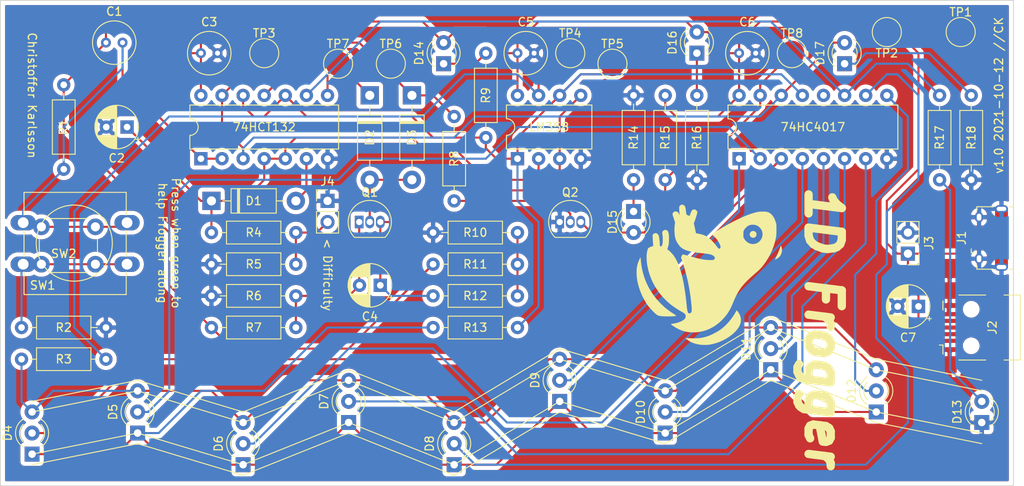
<source format=kicad_pcb>
(kicad_pcb (version 20171130) (host pcbnew "(5.1.10)-1")
  (title_block (title Frogger) (date 2021-10-11) (rev 1) (comment 1 //CK))
  (layers (0 F.Cu signal) (31 B.Cu signal) (34 B.Paste user) (35 F.Paste user) (36 B.SilkS user) (37 F.SilkS user) (38 B.Mask user) (39 F.Mask user) (44 Edge.Cuts user))
  (net 0 "")
  (net 1 +5V)
  (net 2 Earth)
  (net 3 RESET)
  (net 4 "Net-(74HC4017-Pad7)")
  (net 5 PUSH)
  (net 6 "Net-(74HC4017-Pad6)")
  (net 7 GO*)
  (net 8 "Net-(74HC4017-Pad5)")
  (net 9 "Net-(74HC4017-Pad12)")
  (net 10 "Net-(74HC4017-Pad4)")
  (net 11 "Net-(74HC4017-Pad11)")
  (net 12 "Net-(74HC4017-Pad3)")
  (net 13 "Net-(74HC4017-Pad10)")
  (net 14 "Net-(74HC4017-Pad2)")
  (net 15 "Net-(74HC4017-Pad9)")
  (net 16 "Net-(74HC4017-Pad1)")
  (net 17 "Net-(74HCT132-Pad4)")
  (net 18 RESET*)
  (net 19 "Net-(74HCT132-Pad1)")
  (net 20 HALT*)
  (net 21 "Net-(D2-Pad2)")
  (net 22 "Net-(D10-Pad3)")
  (net 23 "Net-(D10-Pad1)")
  (net 24 "Net-(D14-Pad1)")
  (net 25 "Net-(D15-Pad1)")
  (net 26 "Net-(D16-Pad1)")
  (net 27 "Net-(J1-Pad4)")
  (net 28 "Net-(J1-Pad3)")
  (net 29 "Net-(J1-Pad2)")
  (net 30 GO)
  (net 31 "Net-(Q2-Pad2)")
  (net 32 "Net-(74HCT132-Pad6)")
  (net 33 "Net-(D13-Pad2)")
  (net 34 "Net-(D17-Pad1)")
  (net 35 "Net-(R2-Pad1)")
  (net 36 "Net-(R10-Pad2)")
  (net 37 "Net-(C4-Pad2)")
  (net 38 "Net-(C4-Pad1)")
  (net 39 "Net-(J4-Pad2)")
  (net 40 "Net-(J2-Pad4)")
  (net 41 "Net-(J2-Pad3)")
  (net 42 "Net-(J2-Pad2)")
  (module Package_DIP:DIP-16_W7.62mm (layer F.Cu) (at 142.24 46.99 90)
    (fp_text reference 74HC4017 (at 3.81 8.89 180) (layer F.SilkS))
    (fp_text value 4017)
    (pad 16 thru_hole oval (at 7.62 0 90) (size 1.6 1.6) (drill 0.8) (layers *.Cu *.Mask) (net 1 +5V))
    (pad 8 thru_hole oval (at 0 17.78 90) (size 1.6 1.6) (drill 0.8) (layers *.Cu *.Mask) (net 2 Earth))
    (pad 15 thru_hole oval (at 7.62 2.54 90) (size 1.6 1.6) (drill 0.8) (layers *.Cu *.Mask) (net 3 RESET))
    (pad 7 thru_hole oval (at 0 15.24 90) (size 1.6 1.6) (drill 0.8) (layers *.Cu *.Mask) (net 4 "Net-(74HC4017-Pad7)"))
    (pad 14 thru_hole oval (at 7.62 5.08 90) (size 1.6 1.6) (drill 0.8) (layers *.Cu *.Mask) (net 5 PUSH))
    (pad 6 thru_hole oval (at 0 12.7 90) (size 1.6 1.6) (drill 0.8) (layers *.Cu *.Mask) (net 6 "Net-(74HC4017-Pad6)"))
    (pad 13 thru_hole oval (at 7.62 7.62 90) (size 1.6 1.6) (drill 0.8) (layers *.Cu *.Mask) (net 7 GO*))
    (pad 5 thru_hole oval (at 0 10.16 90) (size 1.6 1.6) (drill 0.8) (layers *.Cu *.Mask) (net 8 "Net-(74HC4017-Pad5)"))
    (pad 12 thru_hole oval (at 7.62 10.16 90) (size 1.6 1.6) (drill 0.8) (layers *.Cu *.Mask) (net 9 "Net-(74HC4017-Pad12)"))
    (pad 4 thru_hole oval (at 0 7.62 90) (size 1.6 1.6) (drill 0.8) (layers *.Cu *.Mask) (net 10 "Net-(74HC4017-Pad4)"))
    (pad 11 thru_hole oval (at 7.62 12.7 90) (size 1.6 1.6) (drill 0.8) (layers *.Cu *.Mask) (net 11 "Net-(74HC4017-Pad11)"))
    (pad 3 thru_hole oval (at 0 5.08 90) (size 1.6 1.6) (drill 0.8) (layers *.Cu *.Mask) (net 12 "Net-(74HC4017-Pad3)"))
    (pad 10 thru_hole oval (at 7.62 15.24 90) (size 1.6 1.6) (drill 0.8) (layers *.Cu *.Mask) (net 13 "Net-(74HC4017-Pad10)"))
    (pad 2 thru_hole oval (at 0 2.54 90) (size 1.6 1.6) (drill 0.8) (layers *.Cu *.Mask) (net 14 "Net-(74HC4017-Pad2)"))
    (pad 9 thru_hole oval (at 7.62 17.78 90) (size 1.6 1.6) (drill 0.8) (layers *.Cu *.Mask) (net 15 "Net-(74HC4017-Pad9)"))
    (pad 1 thru_hole rect (at 0 0 90) (size 1.6 1.6) (drill 0.8) (layers *.Cu *.Mask) (net 16 "Net-(74HC4017-Pad1)"))
  )
  (module Package_DIP:DIP-8_W7.62mm (layer F.Cu) (at 115.57 46.99 90)
    (fp_text reference LM358 (at 3.81 3.81 180) (layer F.SilkS))
    (fp_text value LM358)
    (pad 8 thru_hole oval (at 7.62 0 90) (size 1.6 1.6) (drill 0.8) (layers *.Cu *.Mask) (net 1 +5V))
    (pad 4 thru_hole oval (at 0 7.62 90) (size 1.6 1.6) (drill 0.8) (layers *.Cu *.Mask) (net 2 Earth))
    (pad 7 thru_hole oval (at 7.62 2.54 90) (size 1.6 1.6) (drill 0.8) (layers *.Cu *.Mask) (net 30 GO))
    (pad 3 thru_hole oval (at 0 5.08 90) (size 1.6 1.6) (drill 0.8) (layers *.Cu *.Mask) (net 38 "Net-(C4-Pad1)"))
    (pad 6 thru_hole oval (at 7.62 5.08 90) (size 1.6 1.6) (drill 0.8) (layers *.Cu *.Mask) (net 7 GO*))
    (pad 2 thru_hole oval (at 0 2.54 90) (size 1.6 1.6) (drill 0.8) (layers *.Cu *.Mask) (net 17 "Net-(74HCT132-Pad4)"))
    (pad 5 thru_hole oval (at 7.62 7.62 90) (size 1.6 1.6) (drill 0.8) (layers *.Cu *.Mask) (net 38 "Net-(C4-Pad1)"))
    (pad 1 thru_hole rect (at 0 0 90) (size 1.6 1.6) (drill 0.8) (layers *.Cu *.Mask) (net 7 GO*))
  )
  (module Package_DIP:DIP-14_W7.62mm (layer F.Cu) (at 77.47 46.99 90)
    (fp_text reference 74HCT132 (at 3.81 7.62 180) (layer F.SilkS))
    (fp_text value 74132)
    (pad 14 thru_hole oval (at 7.62 0 90) (size 1.6 1.6) (drill 0.8) (layers *.Cu *.Mask) (net 1 +5V))
    (pad 7 thru_hole oval (at 0 15.24 90) (size 1.6 1.6) (drill 0.8) (layers *.Cu *.Mask) (net 2 Earth))
    (pad 13 thru_hole oval (at 7.62 2.54 90) (size 1.6 1.6) (drill 0.8) (layers *.Cu *.Mask) (net 5 PUSH))
    (pad 6 thru_hole oval (at 0 12.7 90) (size 1.6 1.6) (drill 0.8) (layers *.Cu *.Mask) (net 32 "Net-(74HCT132-Pad6)"))
    (pad 12 thru_hole oval (at 7.62 5.08 90) (size 1.6 1.6) (drill 0.8) (layers *.Cu *.Mask) (net 7 GO*))
    (pad 5 thru_hole oval (at 0 10.16 90) (size 1.6 1.6) (drill 0.8) (layers *.Cu *.Mask) (net 17 "Net-(74HCT132-Pad4)"))
    (pad 11 thru_hole oval (at 7.62 7.62 90) (size 1.6 1.6) (drill 0.8) (layers *.Cu *.Mask) (net 18 RESET*))
    (pad 4 thru_hole oval (at 0 7.62 90) (size 1.6 1.6) (drill 0.8) (layers *.Cu *.Mask) (net 17 "Net-(74HCT132-Pad4)"))
    (pad 10 thru_hole oval (at 7.62 10.16 90) (size 1.6 1.6) (drill 0.8) (layers *.Cu *.Mask) (net 7 GO*))
    (pad 3 thru_hole oval (at 0 5.08 90) (size 1.6 1.6) (drill 0.8) (layers *.Cu *.Mask) (net 5 PUSH))
    (pad 9 thru_hole oval (at 7.62 12.7 90) (size 1.6 1.6) (drill 0.8) (layers *.Cu *.Mask) (net 11 "Net-(74HC4017-Pad11)"))
    (pad 2 thru_hole oval (at 0 2.54 90) (size 1.6 1.6) (drill 0.8) (layers *.Cu *.Mask) (net 19 "Net-(74HCT132-Pad1)"))
    (pad 8 thru_hole oval (at 7.62 15.24 90) (size 1.6 1.6) (drill 0.8) (layers *.Cu *.Mask) (net 20 HALT*))
    (pad 1 thru_hole rect (at 0 0 90) (size 1.6 1.6) (drill 0.8) (layers *.Cu *.Mask) (net 19 "Net-(74HCT132-Pad1)"))
  )
  (module Connector_USB:USB_Mini-B_Lumberg_2486_01_Horizontal (layer F.Cu) (at 170.18 67.31 90)
    (fp_text reference J2 (at 0 2.54 90) (layer F.SilkS))
    (fp_text value USB_B_Mini)
    (pad "" np_thru_hole circle (at 2.2 0 90) (size 1 1) (drill 1) (layers *.Cu *.Mask))
    (pad "" np_thru_hole circle (at -2.2 0 90) (size 1 1) (drill 1) (layers *.Cu *.Mask))
    (pad 6 smd rect (at 4.45 2.85 90) (size 2 1.7) (layers F.Cu F.Paste F.Mask) (net 2 Earth))
    (pad 6 smd rect (at 4.45 -2.6 90) (size 2 1.7) (layers F.Cu F.Paste F.Mask) (net 2 Earth))
    (pad 6 smd rect (at -4.45 2.85 90) (size 2 1.7) (layers F.Cu F.Paste F.Mask) (net 2 Earth))
    (pad 6 smd rect (at -4.45 -2.6 90) (size 2 1.7) (layers F.Cu F.Paste F.Mask) (net 2 Earth))
    (pad 5 smd rect (at 1.6 -2.7 90) (size 0.5 2) (layers F.Cu F.Paste F.Mask) (net 2 Earth))
    (pad 4 smd rect (at 0.8 -2.7 90) (size 0.5 2) (layers F.Cu F.Paste F.Mask) (net 40 "Net-(J2-Pad4)"))
    (pad 3 smd rect (at 0 -2.7 90) (size 0.5 2) (layers F.Cu F.Paste F.Mask) (net 41 "Net-(J2-Pad3)"))
    (pad 2 smd rect (at -0.8 -2.7 90) (size 0.5 2) (layers F.Cu F.Paste F.Mask) (net 42 "Net-(J2-Pad2)"))
    (pad 1 smd rect (at -1.6 -2.7 90) (size 0.5 2) (layers F.Cu F.Paste F.Mask) (net 1 +5V))
  )
  (module LED_THT:LED_D3.0mm (layer F.Cu) (at 137.16 34.29 90)
    (fp_text reference D16 (at 1.27 -2.96 90) (layer F.SilkS))
    (fp_text value LED)
    (pad 2 thru_hole circle (at 2.54 0 90) (size 1.8 1.8) (drill 0.9) (layers *.Cu *.Mask) (net 1 +5V))
    (pad 1 thru_hole rect (at 0 0 90) (size 1.8 1.8) (drill 0.9) (layers *.Cu *.Mask) (net 26 "Net-(D16-Pad1)"))
  )
  (module frogger:frog1 (layer F.Cu) (at 138.43 60.96 270)
    (fp_text reference ICON hide)
    (fp_text value FROG hide)
  )
  (module Resistor_THT:R_Axial_DIN0207_L6.3mm_D2.5mm_P10.16mm_Horizontal (layer F.Cu) (at 137.16 39.37 270)
    (fp_text reference R16 (at 5.08 0 90) (layer F.SilkS))
    (fp_text value -)
    (pad 2 thru_hole oval (at 10.16 0 270) (size 1.6 1.6) (drill 0.8) (layers *.Cu *.Mask) (net 2 Earth))
    (pad 1 thru_hole circle (at 0 0 270) (size 1.6 1.6) (drill 0.8) (layers *.Cu *.Mask) (net 26 "Net-(D16-Pad1)"))
  )
  (module LED_THT:LED_D3.0mm-3 (layer F.Cu) (at 95.25 78.74 90)
    (fp_text reference D7 (at 2.54 -2.96 90) (layer F.SilkS))
    (fp_text value LED_RG)
    (pad 3 thru_hole circle (at 5.08 0 90) (size 1.8 1.8) (drill 0.9) (layers *.Cu *.Mask) (net 22 "Net-(D10-Pad3)"))
    (pad 2 thru_hole circle (at 2.54 0 90) (size 1.8 1.8) (drill 0.9) (layers *.Cu *.Mask) (net 4 "Net-(74HC4017-Pad7)"))
    (pad 1 thru_hole rect (at 0 0 90) (size 1.8 1.8) (drill 0.9) (layers *.Cu *.Mask) (net 23 "Net-(D10-Pad1)"))
  )
  (module Resistor_THT:R_Axial_DIN0207_L6.3mm_D2.5mm_P10.16mm_Horizontal (layer F.Cu) (at 88.9 59.69 180)
    (fp_text reference R5 (at 5.08 0) (layer F.SilkS))
    (fp_text value 100k-1M)
    (pad 2 thru_hole oval (at 10.16 0 180) (size 1.6 1.6) (drill 0.8) (layers *.Cu *.Mask) (net 2 Earth))
    (pad 1 thru_hole circle (at 0 0 180) (size 1.6 1.6) (drill 0.8) (layers *.Cu *.Mask) (net 39 "Net-(J4-Pad2)"))
  )
  (module Connector_PinHeader_2.54mm:PinHeader_1x02_P2.54mm_Vertical (layer F.Cu) (at 92.71 52.07)
    (fp_text reference J4 (at 0 -2.33) (layer F.SilkS))
    (fp_text value Conn_01x02)
    (pad 2 thru_hole oval (at 0 2.54) (size 1.7 1.7) (drill 1) (layers *.Cu *.Mask) (net 39 "Net-(J4-Pad2)"))
    (pad 1 thru_hole rect (at 0 0) (size 1.7 1.7) (drill 1) (layers *.Cu *.Mask) (net 2 Earth))
  )
  (module Diode_THT:D_DO-41_SOD81_P10.16mm_Horizontal (layer F.Cu) (at 78.74 52.07)
    (fp_text reference D1 (at 5.08 0) (layer F.SilkS))
    (fp_text value 1N4007)
    (pad 2 thru_hole oval (at 10.16 0) (size 2.2 2.2) (drill 1.1) (layers *.Cu *.Mask) (net 32 "Net-(74HCT132-Pad6)"))
    (pad 1 thru_hole rect (at 0 0) (size 2.2 2.2) (drill 1.1) (layers *.Cu *.Mask) (net 17 "Net-(74HCT132-Pad4)"))
  )
  (module LED_THT:LED_D3.0mm-3 (layer F.Cu) (at 82.55 83.82 90)
    (fp_text reference D6 (at 2.54 -2.96 90) (layer F.SilkS))
    (fp_text value LED_RG)
    (pad 3 thru_hole circle (at 5.08 0 90) (size 1.8 1.8) (drill 0.9) (layers *.Cu *.Mask) (net 22 "Net-(D10-Pad3)"))
    (pad 2 thru_hole circle (at 2.54 0 90) (size 1.8 1.8) (drill 0.9) (layers *.Cu *.Mask) (net 10 "Net-(74HC4017-Pad4)"))
    (pad 1 thru_hole rect (at 0 0 90) (size 1.8 1.8) (drill 0.9) (layers *.Cu *.Mask) (net 23 "Net-(D10-Pad1)"))
  )
  (module Resistor_THT:R_Axial_DIN0207_L6.3mm_D2.5mm_P10.16mm_Horizontal (layer F.Cu) (at 55.88 67.31)
    (fp_text reference R2 (at 5.08 0) (layer F.SilkS))
    (fp_text value 10k)
    (pad 2 thru_hole oval (at 10.16 0) (size 1.6 1.6) (drill 0.8) (layers *.Cu *.Mask) (net 2 Earth))
    (pad 1 thru_hole circle (at 0 0) (size 1.6 1.6) (drill 0.8) (layers *.Cu *.Mask) (net 35 "Net-(R2-Pad1)"))
  )
  (module Capacitor_THT:C_Radial_D5.0mm_H7.0mm_P2.00mm (layer F.Cu) (at 66.04 33.02)
    (fp_text reference C1 (at 1 -3.75) (layer F.SilkS))
    (fp_text value 0.1µ)
    (pad 2 thru_hole circle (at 2 0) (size 1.2 1.2) (drill 0.6) (layers *.Cu *.Mask) (net 19 "Net-(74HCT132-Pad1)"))
    (pad 1 thru_hole circle (at 0 0) (size 1.2 1.2) (drill 0.6) (layers *.Cu *.Mask) (net 1 +5V))
  )
  (module Button_Switch_THT:SW_PUSH_6mm (layer F.Cu) (at 64.77 59.69 180)
    (fp_text reference SW2 (at 3.81 1.27) (layer F.SilkS))
    (fp_text value SW_Push)
    (pad 1 thru_hole circle (at 6.5 0 270) (size 2 2) (drill 1.1) (layers *.Cu *.Mask) (net 35 "Net-(R2-Pad1)"))
    (pad 2 thru_hole circle (at 6.5 4.5 270) (size 2 2) (drill 1.1) (layers *.Cu *.Mask) (net 19 "Net-(74HCT132-Pad1)"))
    (pad 1 thru_hole circle (at 0 0 270) (size 2 2) (drill 1.1) (layers *.Cu *.Mask) (net 35 "Net-(R2-Pad1)"))
    (pad 2 thru_hole circle (at 0 4.5 270) (size 2 2) (drill 1.1) (layers *.Cu *.Mask) (net 19 "Net-(74HCT132-Pad1)"))
  )
  (module TestPoint:TestPoint_Pad_D3.0mm (layer F.Cu) (at 148.59 34.29)
    (fp_text reference TP8 (at 0 -2.398) (layer F.SilkS))
    (fp_text value RST)
    (pad 1 smd circle (at 0 0) (size 3 3) (layers F.Cu F.Mask) (net 3 RESET))
  )
  (module TestPoint:TestPoint_Pad_D3.0mm (layer F.Cu) (at 93.98 35.56)
    (fp_text reference TP7 (at 0 -2.398) (layer F.SilkS))
    (fp_text value /HLT)
    (pad 1 smd circle (at 0 0) (size 3 3) (layers F.Cu F.Mask) (net 20 HALT*))
  )
  (module TestPoint:TestPoint_Pad_D3.0mm (layer F.Cu) (at 100.33 35.56)
    (fp_text reference TP6 (at 0 -2.398) (layer F.SilkS))
    (fp_text value /RST)
    (pad 1 smd circle (at 0 0) (size 3 3) (layers F.Cu F.Mask) (net 18 RESET*))
  )
  (module TestPoint:TestPoint_Pad_D3.0mm (layer F.Cu) (at 127 35.56)
    (fp_text reference TP5 (at 0 -2.398) (layer F.SilkS))
    (fp_text value /GO)
    (pad 1 smd circle (at 0 0) (size 3 3) (layers F.Cu F.Mask) (net 7 GO*))
  )
  (module TestPoint:TestPoint_Pad_D3.0mm (layer F.Cu) (at 121.92 34.29)
    (fp_text reference TP4 (at 0 -2.398) (layer F.SilkS))
    (fp_text value GO)
    (pad 1 smd circle (at 0 0) (size 3 3) (layers F.Cu F.Mask) (net 30 GO))
  )
  (module TestPoint:TestPoint_Pad_D3.0mm (layer F.Cu) (at 85.09 34.29)
    (fp_text reference TP3 (at 0 -2.398) (layer F.SilkS))
    (fp_text value PUSH)
    (pad 1 smd circle (at 0 0) (size 3 3) (layers F.Cu F.Mask) (net 5 PUSH))
  )
  (module TestPoint:TestPoint_Pad_D3.0mm (layer F.Cu) (at 160.02 31.75)
    (fp_text reference TP2 (at 0 2.54) (layer F.SilkS))
    (fp_text value +5V)
    (pad 1 smd circle (at 0 0) (size 3 3) (layers F.Cu F.Mask) (net 1 +5V))
  )
  (module TestPoint:TestPoint_Pad_D3.0mm (layer F.Cu) (at 168.91 31.75)
    (fp_text reference TP1 (at 0 -2.398) (layer F.SilkS))
    (fp_text value GND)
    (pad 1 smd circle (at 0 0) (size 3 3) (layers F.Cu F.Mask) (net 2 Earth))
  )
  (module Button_Switch_THT:SW_PUSH-12mm (layer F.Cu) (at 68.58 59.69 180)
    (fp_text reference SW1 (at 10.16 -2.54) (layer F.SilkS))
    (fp_text value SW_Push)
    (pad 2 thru_hole oval (at 0 5 180) (size 3.048 1.85) (drill 1.3) (layers *.Cu *.Mask) (net 19 "Net-(74HCT132-Pad1)"))
    (pad 1 thru_hole oval (at 0 0 180) (size 3.048 1.85) (drill 1.3) (layers *.Cu *.Mask) (net 35 "Net-(R2-Pad1)"))
    (pad 2 thru_hole oval (at 12.5 5 180) (size 3.048 1.85) (drill 1.3) (layers *.Cu *.Mask) (net 19 "Net-(74HCT132-Pad1)"))
    (pad 1 thru_hole oval (at 12.5 0 180) (size 3.048 1.85) (drill 1.3) (layers *.Cu *.Mask) (net 35 "Net-(R2-Pad1)"))
  )
  (module Resistor_THT:R_Axial_DIN0207_L6.3mm_D2.5mm_P10.16mm_Horizontal (layer F.Cu) (at 129.54 49.53 90)
    (fp_text reference R14 (at 5.08 0 90) (layer F.SilkS))
    (fp_text value -)
    (pad 2 thru_hole oval (at 10.16 0 90) (size 1.6 1.6) (drill 0.8) (layers *.Cu *.Mask) (net 2 Earth))
    (pad 1 thru_hole circle (at 0 0 90) (size 1.6 1.6) (drill 0.8) (layers *.Cu *.Mask) (net 25 "Net-(D15-Pad1)"))
  )
  (module Resistor_THT:R_Axial_DIN0207_L6.3mm_D2.5mm_P10.16mm_Horizontal (layer F.Cu) (at 170.18 39.37 270)
    (fp_text reference R18 (at 5.08 0 90) (layer F.SilkS))
    (fp_text value -)
    (pad 2 thru_hole oval (at 10.16 0 270) (size 1.6 1.6) (drill 0.8) (layers *.Cu *.Mask) (net 2 Earth))
    (pad 1 thru_hole circle (at 0 0 270) (size 1.6 1.6) (drill 0.8) (layers *.Cu *.Mask) (net 34 "Net-(D17-Pad1)"))
  )
  (module Resistor_THT:R_Axial_DIN0207_L6.3mm_D2.5mm_P10.16mm_Horizontal (layer F.Cu) (at 111.76 44.45 90)
    (fp_text reference R9 (at 5.08 0 90) (layer F.SilkS))
    (fp_text value -)
    (pad 2 thru_hole oval (at 10.16 0 90) (size 1.6 1.6) (drill 0.8) (layers *.Cu *.Mask) (net 24 "Net-(D14-Pad1)"))
    (pad 1 thru_hole circle (at 0 0 90) (size 1.6 1.6) (drill 0.8) (layers *.Cu *.Mask) (net 7 GO*))
  )
  (module Resistor_THT:R_Axial_DIN0207_L6.3mm_D2.5mm_P10.16mm_Horizontal (layer F.Cu) (at 55.88 71.12)
    (fp_text reference R3 (at 5.08 0) (layer F.SilkS))
    (fp_text value 1k)
    (pad 2 thru_hole oval (at 10.16 0) (size 1.6 1.6) (drill 0.8) (layers *.Cu *.Mask) (net 30 GO))
    (pad 1 thru_hole circle (at 0 0) (size 1.6 1.6) (drill 0.8) (layers *.Cu *.Mask) (net 22 "Net-(D10-Pad3)"))
  )
  (module Resistor_THT:R_Axial_DIN0207_L6.3mm_D2.5mm_P10.16mm_Horizontal (layer F.Cu) (at 105.41 67.31)
    (fp_text reference R13 (at 5.08 0) (layer F.SilkS))
    (fp_text value 220)
    (pad 2 thru_hole oval (at 10.16 0) (size 1.6 1.6) (drill 0.8) (layers *.Cu *.Mask) (net 7 GO*))
    (pad 1 thru_hole circle (at 0 0) (size 1.6 1.6) (drill 0.8) (layers *.Cu *.Mask) (net 23 "Net-(D10-Pad1)"))
  )
  (module Resistor_THT:R_Axial_DIN0207_L6.3mm_D2.5mm_P10.16mm_Horizontal (layer F.Cu) (at 166.37 49.53 90)
    (fp_text reference R17 (at 5.08 0 90) (layer F.SilkS))
    (fp_text value 4.7k)
    (pad 2 thru_hole oval (at 10.16 0 90) (size 1.6 1.6) (drill 0.8) (layers *.Cu *.Mask) (net 11 "Net-(74HC4017-Pad11)"))
    (pad 1 thru_hole circle (at 0 0 90) (size 1.6 1.6) (drill 0.8) (layers *.Cu *.Mask) (net 33 "Net-(D13-Pad2)"))
  )
  (module Resistor_THT:R_Axial_DIN0207_L6.3mm_D2.5mm_P10.16mm_Horizontal (layer F.Cu) (at 133.35 39.37 270)
    (fp_text reference R15 (at 5.08 0 90) (layer F.SilkS))
    (fp_text value 10k)
    (pad 2 thru_hole oval (at 10.16 0 270) (size 1.6 1.6) (drill 0.8) (layers *.Cu *.Mask) (net 3 RESET))
    (pad 1 thru_hole circle (at 0 0 270) (size 1.6 1.6) (drill 0.8) (layers *.Cu *.Mask) (net 1 +5V))
  )
  (module Resistor_THT:R_Axial_DIN0207_L6.3mm_D2.5mm_P10.16mm_Horizontal (layer F.Cu) (at 107.95 52.07 90)
    (fp_text reference R8 (at 5.08 0 90) (layer F.SilkS))
    (fp_text value 10k)
    (pad 2 thru_hole oval (at 10.16 0 90) (size 1.6 1.6) (drill 0.8) (layers *.Cu *.Mask) (net 18 RESET*))
    (pad 1 thru_hole circle (at 0 0 90) (size 1.6 1.6) (drill 0.8) (layers *.Cu *.Mask) (net 31 "Net-(Q2-Pad2)"))
  )
  (module Resistor_THT:R_Axial_DIN0207_L6.3mm_D2.5mm_P10.16mm_Horizontal (layer F.Cu) (at 115.57 55.88 180)
    (fp_text reference R11 (at 5.08 -3.81) (layer F.SilkS))
    (fp_text value 120k)
    (pad 2 thru_hole oval (at 10.16 0 180) (size 1.6 1.6) (drill 0.8) (layers *.Cu *.Mask) (net 2 Earth))
    (pad 1 thru_hole circle (at 0 0 180) (size 1.6 1.6) (drill 0.8) (layers *.Cu *.Mask) (net 36 "Net-(R10-Pad2)"))
  )
  (module Resistor_THT:R_Axial_DIN0207_L6.3mm_D2.5mm_P10.16mm_Horizontal (layer F.Cu) (at 105.41 59.69)
    (fp_text reference R10 (at 5.08 -3.81) (layer F.SilkS))
    (fp_text value 300k)
    (pad 2 thru_hole oval (at 10.16 0) (size 1.6 1.6) (drill 0.8) (layers *.Cu *.Mask) (net 36 "Net-(R10-Pad2)"))
    (pad 1 thru_hole circle (at 0 0) (size 1.6 1.6) (drill 0.8) (layers *.Cu *.Mask) (net 1 +5V))
  )
  (module Resistor_THT:R_Axial_DIN0207_L6.3mm_D2.5mm_P10.16mm_Horizontal (layer F.Cu) (at 115.57 63.5 180)
    (fp_text reference R12 (at 5.08 0) (layer F.SilkS))
    (fp_text value 1M)
    (pad 2 thru_hole oval (at 10.16 0 180) (size 1.6 1.6) (drill 0.8) (layers *.Cu *.Mask) (net 38 "Net-(C4-Pad1)"))
    (pad 1 thru_hole circle (at 0 0 180) (size 1.6 1.6) (drill 0.8) (layers *.Cu *.Mask) (net 36 "Net-(R10-Pad2)"))
  )
  (module Resistor_THT:R_Axial_DIN0207_L6.3mm_D2.5mm_P10.16mm_Horizontal (layer F.Cu) (at 60.96 38.1 270)
    (fp_text reference R1 (at 5.08 0 90) (layer F.SilkS))
    (fp_text value 100k)
    (pad 2 thru_hole oval (at 10.16 0 270) (size 1.6 1.6) (drill 0.8) (layers *.Cu *.Mask) (net 19 "Net-(74HCT132-Pad1)"))
    (pad 1 thru_hole circle (at 0 0 270) (size 1.6 1.6) (drill 0.8) (layers *.Cu *.Mask) (net 1 +5V))
  )
  (module Resistor_THT:R_Axial_DIN0207_L6.3mm_D2.5mm_P10.16mm_Horizontal (layer F.Cu) (at 88.9 63.5 180)
    (fp_text reference R6 (at 5.08 0) (layer F.SilkS))
    (fp_text value 120k)
    (pad 2 thru_hole oval (at 10.16 0 180) (size 1.6 1.6) (drill 0.8) (layers *.Cu *.Mask) (net 2 Earth))
    (pad 1 thru_hole circle (at 0 0 180) (size 1.6 1.6) (drill 0.8) (layers *.Cu *.Mask) (net 37 "Net-(C4-Pad2)"))
  )
  (module Resistor_THT:R_Axial_DIN0207_L6.3mm_D2.5mm_P10.16mm_Horizontal (layer F.Cu) (at 78.74 67.31)
    (fp_text reference R7 (at 5.08 0) (layer F.SilkS))
    (fp_text value 430k)
    (pad 2 thru_hole oval (at 10.16 0) (size 1.6 1.6) (drill 0.8) (layers *.Cu *.Mask) (net 37 "Net-(C4-Pad2)"))
    (pad 1 thru_hole circle (at 0 0) (size 1.6 1.6) (drill 0.8) (layers *.Cu *.Mask) (net 1 +5V))
  )
  (module Resistor_THT:R_Axial_DIN0207_L6.3mm_D2.5mm_P10.16mm_Horizontal (layer F.Cu) (at 78.74 55.88)
    (fp_text reference R4 (at 5.08 0) (layer F.SilkS))
    (fp_text value 1M)
    (pad 2 thru_hole oval (at 10.16 0) (size 1.6 1.6) (drill 0.8) (layers *.Cu *.Mask) (net 39 "Net-(J4-Pad2)"))
    (pad 1 thru_hole circle (at 0 0) (size 1.6 1.6) (drill 0.8) (layers *.Cu *.Mask) (net 17 "Net-(74HCT132-Pad4)"))
  )
  (module Package_TO_SOT_THT:TO-92_Inline (layer F.Cu) (at 120.65 54.61)
    (fp_text reference Q2 (at 1.27 -3.56) (layer F.SilkS))
    (fp_text value PN2222A)
    (pad 1 thru_hole rect (at 0 0) (size 1.05 1.5) (drill 0.75) (layers *.Cu *.Mask) (net 2 Earth))
    (pad 3 thru_hole oval (at 2.54 0) (size 1.05 1.5) (drill 0.75) (layers *.Cu *.Mask) (net 3 RESET))
    (pad 2 thru_hole oval (at 1.27 0) (size 1.05 1.5) (drill 0.75) (layers *.Cu *.Mask) (net 31 "Net-(Q2-Pad2)"))
  )
  (module Package_TO_SOT_THT:TO-92_Inline (layer F.Cu) (at 96.52 54.61)
    (fp_text reference Q1 (at 1.27 -3.56) (layer F.SilkS))
    (fp_text value BC557)
    (pad 1 thru_hole rect (at 0 0) (size 1.05 1.5) (drill 0.75) (layers *.Cu *.Mask) (net 37 "Net-(C4-Pad2)"))
    (pad 3 thru_hole oval (at 2.54 0) (size 1.05 1.5) (drill 0.75) (layers *.Cu *.Mask) (net 38 "Net-(C4-Pad1)"))
    (pad 2 thru_hole oval (at 1.27 0) (size 1.05 1.5) (drill 0.75) (layers *.Cu *.Mask) (net 21 "Net-(D2-Pad2)"))
  )
  (module Connector_PinHeader_2.54mm:PinHeader_1x02_P2.54mm_Vertical (layer F.Cu) (at 162.56 58.42 180)
    (fp_text reference J3 (at -2.54 1.27 90) (layer F.SilkS))
    (fp_text value Conn_01x02)
    (pad 2 thru_hole oval (at 0 2.54 180) (size 1.7 1.7) (drill 1) (layers *.Cu *.Mask) (net 2 Earth))
    (pad 1 thru_hole rect (at 0 0 180) (size 1.7 1.7) (drill 1) (layers *.Cu *.Mask) (net 1 +5V))
  )
  (module Connector_USB:USB_Micro-B_Amphenol_10118194_Horizontal (layer F.Cu) (at 172.52 56.53 90)
    (fp_text reference J1 (at 0 -3.5 90) (layer F.SilkS))
    (fp_text value USB_B_Micro)
    (pad 6 thru_hole oval (at 3.5 1.3 90) (size 0.89 1.55) (drill oval 0.5 1.15) (layers *.Cu *.Mask) (net 2 Earth))
    (pad 6 thru_hole oval (at -3.5 1.3 90) (size 0.89 1.55) (drill oval 0.5 1.15) (layers *.Cu *.Mask) (net 2 Earth))
    (pad 6 smd rect (at 2.9 1.3 90) (size 1.2 1.55) (layers F.Cu F.Paste F.Mask) (net 2 Earth))
    (pad 6 smd rect (at -2.9 1.3 90) (size 1.2 1.55) (layers F.Cu F.Paste F.Mask) (net 2 Earth))
    (pad 6 smd rect (at 1 1.3 90) (size 1.5 1.55) (layers F.Cu F.Paste F.Mask) (net 2 Earth))
    (pad 6 smd rect (at -1 1.3 90) (size 1.5 1.55) (layers F.Cu F.Paste F.Mask) (net 2 Earth))
    (pad 6 thru_hole oval (at 2.5 -1.4 90) (size 1.25 0.95) (drill oval 0.85 0.55) (layers *.Cu *.Mask) (net 2 Earth))
    (pad 6 thru_hole oval (at -2.5 -1.4 90) (size 1.25 0.95) (drill oval 0.85 0.55) (layers *.Cu *.Mask) (net 2 Earth))
    (pad 5 smd rect (at 1.3 -1.4 90) (size 0.4 1.35) (layers F.Cu F.Paste F.Mask) (net 2 Earth))
    (pad 4 smd rect (at 0.65 -1.4 90) (size 0.4 1.35) (layers F.Cu F.Paste F.Mask) (net 27 "Net-(J1-Pad4)"))
    (pad 3 smd rect (at 0 -1.4 90) (size 0.4 1.35) (layers F.Cu F.Paste F.Mask) (net 28 "Net-(J1-Pad3)"))
    (pad 2 smd rect (at -0.65 -1.4 90) (size 0.4 1.35) (layers F.Cu F.Paste F.Mask) (net 29 "Net-(J1-Pad2)"))
    (pad 1 smd rect (at -1.3 -1.4 90) (size 0.4 1.35) (layers F.Cu F.Paste F.Mask) (net 1 +5V))
  )
  (module LED_THT:LED_D3.0mm (layer F.Cu) (at 129.54 53.34 270)
    (fp_text reference D15 (at 1.27 2.54 90) (layer F.SilkS))
    (fp_text value LED)
    (pad 2 thru_hole circle (at 2.54 0 270) (size 1.8 1.8) (drill 0.9) (layers *.Cu *.Mask) (net 3 RESET))
    (pad 1 thru_hole rect (at 0 0 270) (size 1.8 1.8) (drill 0.9) (layers *.Cu *.Mask) (net 25 "Net-(D15-Pad1)"))
  )
  (module LED_THT:LED_D3.0mm (layer F.Cu) (at 154.94 35.56 90)
    (fp_text reference D17 (at 1.27 -2.96 90) (layer F.SilkS))
    (fp_text value LED)
    (pad 2 thru_hole circle (at 2.54 0 90) (size 1.8 1.8) (drill 0.9) (layers *.Cu *.Mask) (net 5 PUSH))
    (pad 1 thru_hole rect (at 0 0 90) (size 1.8 1.8) (drill 0.9) (layers *.Cu *.Mask) (net 34 "Net-(D17-Pad1)"))
  )
  (module LED_THT:LED_D3.0mm (layer F.Cu) (at 106.68 35.56 90)
    (fp_text reference D14 (at 1.27 -2.96 90) (layer F.SilkS))
    (fp_text value LED)
    (pad 2 thru_hole circle (at 2.54 0 90) (size 1.8 1.8) (drill 0.9) (layers *.Cu *.Mask) (net 1 +5V))
    (pad 1 thru_hole rect (at 0 0 90) (size 1.8 1.8) (drill 0.9) (layers *.Cu *.Mask) (net 24 "Net-(D14-Pad1)"))
  )
  (module LED_THT:LED_D3.0mm (layer F.Cu) (at 171.45 78.74 90)
    (fp_text reference D13 (at 1.27 -2.96 90) (layer F.SilkS))
    (fp_text value LED)
    (pad 2 thru_hole circle (at 2.54 0 90) (size 1.8 1.8) (drill 0.9) (layers *.Cu *.Mask) (net 33 "Net-(D13-Pad2)"))
    (pad 1 thru_hole rect (at 0 0 90) (size 1.8 1.8) (drill 0.9) (layers *.Cu *.Mask) (net 2 Earth))
  )
  (module LED_THT:LED_D3.0mm-3 (layer F.Cu) (at 158.75 77.47 90)
    (fp_text reference D12 (at 2.54 -2.96 90) (layer F.SilkS))
    (fp_text value LED_RG)
    (pad 3 thru_hole circle (at 5.08 0 90) (size 1.8 1.8) (drill 0.9) (layers *.Cu *.Mask) (net 22 "Net-(D10-Pad3)"))
    (pad 2 thru_hole circle (at 2.54 0 90) (size 1.8 1.8) (drill 0.9) (layers *.Cu *.Mask) (net 15 "Net-(74HC4017-Pad9)"))
    (pad 1 thru_hole rect (at 0 0 90) (size 1.8 1.8) (drill 0.9) (layers *.Cu *.Mask) (net 23 "Net-(D10-Pad1)"))
  )
  (module LED_THT:LED_D3.0mm-3 (layer F.Cu) (at 146.05 72.39 90)
    (fp_text reference D11 (at 2.54 -2.96 90) (layer F.SilkS))
    (fp_text value LED_RG)
    (pad 3 thru_hole circle (at 5.08 0 90) (size 1.8 1.8) (drill 0.9) (layers *.Cu *.Mask) (net 22 "Net-(D10-Pad3)"))
    (pad 2 thru_hole circle (at 2.54 0 90) (size 1.8 1.8) (drill 0.9) (layers *.Cu *.Mask) (net 6 "Net-(74HC4017-Pad6)"))
    (pad 1 thru_hole rect (at 0 0 90) (size 1.8 1.8) (drill 0.9) (layers *.Cu *.Mask) (net 23 "Net-(D10-Pad1)"))
  )
  (module LED_THT:LED_D3.0mm-3 (layer F.Cu) (at 133.35 80.01 90)
    (fp_text reference D10 (at 2.54 -2.96 90) (layer F.SilkS))
    (fp_text value LED_RG)
    (pad 3 thru_hole circle (at 5.08 0 90) (size 1.8 1.8) (drill 0.9) (layers *.Cu *.Mask) (net 22 "Net-(D10-Pad3)"))
    (pad 2 thru_hole circle (at 2.54 0 90) (size 1.8 1.8) (drill 0.9) (layers *.Cu *.Mask) (net 8 "Net-(74HC4017-Pad5)"))
    (pad 1 thru_hole rect (at 0 0 90) (size 1.8 1.8) (drill 0.9) (layers *.Cu *.Mask) (net 23 "Net-(D10-Pad1)"))
  )
  (module LED_THT:LED_D3.0mm-3 (layer F.Cu) (at 120.65 76.2 90)
    (fp_text reference D9 (at 2.54 -2.96 90) (layer F.SilkS))
    (fp_text value LED_RG)
    (pad 3 thru_hole circle (at 5.08 0 90) (size 1.8 1.8) (drill 0.9) (layers *.Cu *.Mask) (net 22 "Net-(D10-Pad3)"))
    (pad 2 thru_hole circle (at 2.54 0 90) (size 1.8 1.8) (drill 0.9) (layers *.Cu *.Mask) (net 16 "Net-(74HC4017-Pad1)"))
    (pad 1 thru_hole rect (at 0 0 90) (size 1.8 1.8) (drill 0.9) (layers *.Cu *.Mask) (net 23 "Net-(D10-Pad1)"))
  )
  (module LED_THT:LED_D3.0mm-3 (layer F.Cu) (at 107.95 83.82 90)
    (fp_text reference D8 (at 2.54 -2.96 90) (layer F.SilkS))
    (fp_text value LED_RG)
    (pad 3 thru_hole circle (at 5.08 0 90) (size 1.8 1.8) (drill 0.9) (layers *.Cu *.Mask) (net 22 "Net-(D10-Pad3)"))
    (pad 2 thru_hole circle (at 2.54 0 90) (size 1.8 1.8) (drill 0.9) (layers *.Cu *.Mask) (net 13 "Net-(74HC4017-Pad10)"))
    (pad 1 thru_hole rect (at 0 0 90) (size 1.8 1.8) (drill 0.9) (layers *.Cu *.Mask) (net 23 "Net-(D10-Pad1)"))
  )
  (module LED_THT:LED_D3.0mm-3 (layer F.Cu) (at 69.85 80.01 90)
    (fp_text reference D5 (at 2.54 -2.96 90) (layer F.SilkS))
    (fp_text value LED_RG)
    (pad 3 thru_hole circle (at 5.08 0 90) (size 1.8 1.8) (drill 0.9) (layers *.Cu *.Mask) (net 22 "Net-(D10-Pad3)"))
    (pad 2 thru_hole circle (at 2.54 0 90) (size 1.8 1.8) (drill 0.9) (layers *.Cu *.Mask) (net 14 "Net-(74HC4017-Pad2)"))
    (pad 1 thru_hole rect (at 0 0 90) (size 1.8 1.8) (drill 0.9) (layers *.Cu *.Mask) (net 23 "Net-(D10-Pad1)"))
  )
  (module LED_THT:LED_D3.0mm-3 (layer F.Cu) (at 57.15 82.55 90)
    (fp_text reference D4 (at 2.54 -2.96 90) (layer F.SilkS))
    (fp_text value LED_RG)
    (pad 3 thru_hole circle (at 5.08 0 90) (size 1.8 1.8) (drill 0.9) (layers *.Cu *.Mask) (net 22 "Net-(D10-Pad3)"))
    (pad 2 thru_hole circle (at 2.54 0 90) (size 1.8 1.8) (drill 0.9) (layers *.Cu *.Mask) (net 12 "Net-(74HC4017-Pad3)"))
    (pad 1 thru_hole rect (at 0 0 90) (size 1.8 1.8) (drill 0.9) (layers *.Cu *.Mask) (net 23 "Net-(D10-Pad1)"))
  )
  (module Diode_THT:D_DO-41_SOD81_P10.16mm_Horizontal (layer F.Cu) (at 102.87 39.37 270)
    (fp_text reference D3 (at 5.08 0 270) (layer F.SilkS))
    (fp_text value 1N4007)
    (pad 2 thru_hole oval (at 10.16 0 270) (size 2.2 2.2) (drill 1.1) (layers *.Cu *.Mask) (net 21 "Net-(D2-Pad2)"))
    (pad 1 thru_hole rect (at 0 0 270) (size 2.2 2.2) (drill 1.1) (layers *.Cu *.Mask) (net 18 RESET*))
  )
  (module Diode_THT:D_DO-41_SOD81_P10.16mm_Horizontal (layer F.Cu) (at 97.79 39.37 270)
    (fp_text reference D2 (at 5.08 0 90) (layer F.SilkS))
    (fp_text value 1N4007)
    (pad 2 thru_hole oval (at 10.16 0 270) (size 2.2 2.2) (drill 1.1) (layers *.Cu *.Mask) (net 21 "Net-(D2-Pad2)"))
    (pad 1 thru_hole rect (at 0 0 270) (size 2.2 2.2) (drill 1.1) (layers *.Cu *.Mask) (net 20 HALT*))
  )
  (module Capacitor_THT:CP_Radial_D5.0mm_P2.50mm (layer F.Cu) (at 99.06 62.23 180)
    (fp_text reference C4 (at 1.25 -3.75) (layer F.SilkS))
    (fp_text value 10µ)
    (pad 2 thru_hole circle (at 2.5 0 180) (size 1.6 1.6) (drill 0.8) (layers *.Cu *.Mask) (net 37 "Net-(C4-Pad2)"))
    (pad 1 thru_hole rect (at 0 0 180) (size 1.6 1.6) (drill 0.8) (layers *.Cu *.Mask) (net 38 "Net-(C4-Pad1)"))
  )
  (module Capacitor_THT:C_Radial_D5.0mm_H7.0mm_P2.00mm (layer F.Cu) (at 142.24 34.29)
    (fp_text reference C6 (at 1 -3.75) (layer F.SilkS))
    (fp_text value 0.1µ)
    (pad 2 thru_hole circle (at 2 0) (size 1.2 1.2) (drill 0.6) (layers *.Cu *.Mask) (net 2 Earth))
    (pad 1 thru_hole circle (at 0 0) (size 1.2 1.2) (drill 0.6) (layers *.Cu *.Mask) (net 1 +5V))
  )
  (module Capacitor_THT:C_Radial_D5.0mm_H7.0mm_P2.00mm (layer F.Cu) (at 115.57 34.29)
    (fp_text reference C5 (at 1 -3.75) (layer F.SilkS))
    (fp_text value 0.1µ)
    (pad 2 thru_hole circle (at 2 0) (size 1.2 1.2) (drill 0.6) (layers *.Cu *.Mask) (net 2 Earth))
    (pad 1 thru_hole circle (at 0 0) (size 1.2 1.2) (drill 0.6) (layers *.Cu *.Mask) (net 1 +5V))
  )
  (module Capacitor_THT:C_Radial_D5.0mm_H7.0mm_P2.00mm (layer F.Cu) (at 77.47 34.29)
    (fp_text reference C3 (at 1 -3.75) (layer F.SilkS))
    (fp_text value 0.1µ)
    (pad 2 thru_hole circle (at 2 0) (size 1.2 1.2) (drill 0.6) (layers *.Cu *.Mask) (net 2 Earth))
    (pad 1 thru_hole circle (at 0 0) (size 1.2 1.2) (drill 0.6) (layers *.Cu *.Mask) (net 1 +5V))
  )
  (module Capacitor_THT:CP_Radial_D5.0mm_P2.50mm (layer F.Cu) (at 163.83 64.77 180)
    (fp_text reference C7 (at 1.25 -3.75) (layer F.SilkS))
    (fp_text value 10µ)
    (pad 2 thru_hole circle (at 2.5 0 180) (size 1.6 1.6) (drill 0.8) (layers *.Cu *.Mask) (net 2 Earth))
    (pad 1 thru_hole rect (at 0 0 180) (size 1.6 1.6) (drill 0.8) (layers *.Cu *.Mask) (net 1 +5V))
  )
  (module Capacitor_THT:CP_Radial_D5.0mm_P2.50mm (layer F.Cu) (at 68.58 43.18 180)
    (fp_text reference C2 (at 1.25 -3.75) (layer F.SilkS))
    (fp_text value 2.2µ)
    (pad 2 thru_hole circle (at 2.5 0 180) (size 1.6 1.6) (drill 0.8) (layers *.Cu *.Mask) (net 2 Earth))
    (pad 1 thru_hole rect (at 0 0 180) (size 1.6 1.6) (drill 0.8) (layers *.Cu *.Mask) (net 17 "Net-(74HCT132-Pad4)"))
  )
  (gr_line (start 175.26 27.94) (end 175.26 86.36) (layer Edge.Cuts) (width 0.1))
  (gr_line (start 53.34 27.94) (end 175.26 27.94) (layer Edge.Cuts) (width 0.1))
  (gr_line (start 53.34 86.36) (end 53.34 27.94) (layer Edge.Cuts) (width 0.1))
  (gr_line (start 175.26 86.36) (end 53.34 86.36) (layer Edge.Cuts) (width 0.1))
  (gr_text "Christoffer Karlsson" (at 57.15 39.37 270) (layer F.SilkS) (effects (font (size 1 1))))
  (gr_text "< Difficulty" (at 92.71 60.96 -90) (layer F.SilkS) (effects (font (size 1 1))))
  (gr_text "1D Frogger" (at 152.4 67.31 -90) (layer F.SilkS) (effects (font (size 4 4) (thickness 1) italic)))
  (gr_text "Press when green to\nhelp Frogger along" (at 73.66 57.15 -90) (layer F.SilkS) (effects (font (size 1 1))))
  (gr_text "v1.0 2021-10-12 //CK\n" (at 173.5 39.37 90) (layer F.SilkS) (effects (font (size 1 1))))
  (gr_line (start 158.75 71.12) (end 171.45 73.66) (layer F.SilkS) (width 0.12))
  (gr_line (start 146.05 66.04) (end 158.75 71.12) (layer F.SilkS) (width 0.12))
  (gr_line (start 133.35 73.66) (end 146.05 66.04) (layer F.SilkS) (width 0.12))
  (gr_line (start 120.65 69.85) (end 133.35 73.66) (layer F.SilkS) (width 0.12))
  (gr_line (start 107.95 77.47) (end 120.65 69.85) (layer F.SilkS) (width 0.12))
  (gr_line (start 95.25 72.39) (end 107.95 77.47) (layer F.SilkS) (width 0.12))
  (gr_line (start 158.75 78.74) (end 171.45 81.28) (layer F.SilkS) (width 0.12))
  (gr_line (start 146.05 73.66) (end 158.75 78.74) (layer F.SilkS) (width 0.12))
  (gr_line (start 133.35 81.28) (end 146.05 73.66) (layer F.SilkS) (width 0.12))
  (gr_line (start 120.65 77.47) (end 133.35 81.28) (layer F.SilkS) (width 0.12))
  (gr_line (start 107.95 85.09) (end 120.65 77.47) (layer F.SilkS) (width 0.12))
  (gr_line (start 95.25 80.01) (end 107.95 85.09) (layer F.SilkS) (width 0.12))
  (gr_line (start 82.55 77.47) (end 95.25 72.39) (layer F.SilkS) (width 0.12))
  (gr_line (start 69.85 73.66) (end 82.55 77.47) (layer F.SilkS) (width 0.12))
  (gr_line (start 57.15 76.2) (end 69.85 73.66) (layer F.SilkS) (width 0.12))
  (gr_line (start 82.55 85.09) (end 95.25 80.01) (layer F.SilkS) (width 0.12))
  (gr_line (start 69.85 81.28) (end 82.55 85.09) (layer F.SilkS) (width 0.12))
  (gr_line (start 57.15 83.82) (end 69.85 81.28) (layer F.SilkS) (width 0.12))
  (gr_line (start 69.85 74.93) (end 57.15 77.47) (layer F.SilkS) (width 0.12))
  (gr_line (start 82.55 78.74) (end 69.85 74.93) (layer F.SilkS) (width 0.12))
  (gr_line (start 95.25 73.66) (end 82.55 78.74) (layer F.SilkS) (width 0.12))
  (gr_line (start 107.95 78.74) (end 95.25 73.66) (layer F.SilkS) (width 0.12))
  (gr_line (start 120.65 71.12) (end 107.95 78.74) (layer F.SilkS) (width 0.12))
  (gr_line (start 133.35 74.93) (end 120.65 71.12) (layer F.SilkS) (width 0.12))
  (gr_line (start 146.05 67.31) (end 133.35 74.93) (layer F.SilkS) (width 0.12))
  (gr_line (start 158.75 72.39) (end 146.05 67.31) (layer F.SilkS) (width 0.12))
  (gr_line (start 171.45 74.93) (end 158.75 72.39) (layer F.SilkS) (width 0.12))
  (gr_line (start 158.75 77.47) (end 171.45 80.01) (layer F.SilkS) (width 0.12))
  (gr_line (start 146.05 72.39) (end 158.75 77.47) (layer F.SilkS) (width 0.12))
  (gr_line (start 133.35 80.01) (end 146.05 72.39) (layer F.SilkS) (width 0.12))
  (gr_line (start 120.65 76.2) (end 133.35 80.01) (layer F.SilkS) (width 0.12))
  (gr_line (start 107.95 83.82) (end 120.65 76.2) (layer F.SilkS) (width 0.12))
  (gr_line (start 95.25 78.74) (end 107.95 83.82) (layer F.SilkS) (width 0.12))
  (gr_line (start 82.55 83.82) (end 95.25 78.74) (layer F.SilkS) (width 0.12))
  (gr_line (start 69.85 80.01) (end 82.55 83.82) (layer F.SilkS) (width 0.12))
  (gr_line (start 57.15 82.55) (end 69.85 80.01) (layer F.SilkS) (width 0.12))
  (segment (start 142.24 39.37) (end 142.24 36.83) (width 0.25) (layer F.Cu) (net 1))
  (segment (start 142.24 36.83) (end 142.24 35.56) (width 0.25) (layer F.Cu) (net 1))
  (segment (start 142.24 35.56) (end 142.24 33.02) (width 0.25) (layer F.Cu) (net 1))
  (segment (start 77.47 34.29) (end 77.47 33.02) (width 0.25) (layer F.Cu) (net 1))
  (segment (start 77.47 39.37) (end 77.47 34.29) (width 0.25) (layer F.Cu) (net 1))
  (segment (start 105.41 59.69) (end 99.06 66.04) (width 0.25) (layer F.Cu) (net 1))
  (segment (start 95.25 69.85) (end 97.155 67.945) (width 0.25) (layer F.Cu) (net 1))
  (segment (start 97.155 67.945) (end 105.41 59.69) (width 0.25) (layer F.Cu) (net 1))
  (segment (start 160.02 30.48) (end 144.78 30.48) (width 0.25) (layer F.Cu) (net 1))
  (segment (start 80.01 30.48) (end 81.28 30.48) (width 0.25) (layer F.Cu) (net 1))
  (segment (start 73.66 62.23) (end 78.74 67.31) (width 0.25) (layer F.Cu) (net 1))
  (segment (start 78.74 67.31) (end 81.28 69.85) (width 0.25) (layer F.Cu) (net 1))
  (segment (start 81.28 69.85) (end 95.25 69.85) (width 0.25) (layer F.Cu) (net 1))
  (segment (start 160.02 31.75) (end 160.655 31.115) (width 0.25) (layer F.Cu) (net 1))
  (segment (start 160.655 31.115) (end 160.02 30.48) (width 0.25) (layer F.Cu) (net 1))
  (segment (start 161.29 31.75) (end 160.02 31.75) (width 0.25) (layer F.Cu) (net 1))
  (segment (start 162.56 33.02) (end 161.29 31.75) (width 0.25) (layer F.Cu) (net 1))
  (segment (start 66.04 31.75) (end 66.04 33.02) (width 0.25) (layer F.Cu) (net 1))
  (segment (start 67.31 30.48) (end 66.04 31.75) (width 0.25) (layer F.Cu) (net 1))
  (segment (start 66.04 33.02) (end 60.96 38.1) (width 0.25) (layer F.Cu) (net 1))
  (segment (start 60.96 38.1) (end 60.96 43.18) (width 0.25) (layer F.Cu) (net 1))
  (segment (start 60.96 43.18) (end 66.04 48.26) (width 0.25) (layer F.Cu) (net 1))
  (segment (start 66.04 48.26) (end 73.66 55.88) (width 0.25) (layer F.Cu) (net 1))
  (segment (start 73.66 62.23) (end 73.66 55.88) (width 0.25) (layer F.Cu) (net 1))
  (segment (start 142.24 33.02) (end 144.78 30.48) (width 0.25) (layer F.Cu) (net 1))
  (segment (start 142.24 34.29) (end 140.97 34.29) (width 0.25) (layer F.Cu) (net 1))
  (segment (start 138.43 31.75) (end 137.16 31.75) (width 0.25) (layer F.Cu) (net 1))
  (segment (start 140.97 34.29) (end 138.43 31.75) (width 0.25) (layer F.Cu) (net 1))
  (segment (start 107.95 31.75) (end 106.68 33.02) (width 0.25) (layer F.Cu) (net 1))
  (segment (start 111.76 31.75) (end 107.95 31.75) (width 0.25) (layer F.Cu) (net 1))
  (segment (start 114.3 34.29) (end 111.76 31.75) (width 0.25) (layer F.Cu) (net 1))
  (segment (start 115.57 34.29) (end 114.3 34.29) (width 0.25) (layer F.Cu) (net 1))
  (segment (start 135.89 30.48) (end 137.16 31.75) (width 0.25) (layer F.Cu) (net 1))
  (segment (start 118.11 30.48) (end 135.89 30.48) (width 0.25) (layer F.Cu) (net 1))
  (segment (start 115.57 33.02) (end 118.11 30.48) (width 0.25) (layer F.Cu) (net 1))
  (segment (start 115.57 39.37) (end 115.57 33.02) (width 0.25) (layer F.Cu) (net 1))
  (segment (start 142.24 39.37) (end 139.7 41.91) (width 0.25) (layer F.Cu) (net 1))
  (segment (start 139.7 41.91) (end 134.62 41.91) (width 0.25) (layer F.Cu) (net 1))
  (segment (start 134.62 41.91) (end 133.35 40.64) (width 0.25) (layer F.Cu) (net 1))
  (segment (start 133.35 40.64) (end 133.35 39.37) (width 0.25) (layer F.Cu) (net 1))
  (segment (start 106.68 33.02) (end 104.14 30.48) (width 0.25) (layer F.Cu) (net 1))
  (segment (start 104.14 30.48) (end 80.01 30.48) (width 0.25) (layer F.Cu) (net 1))
  (segment (start 77.47 33.02) (end 80.01 30.48) (width 0.25) (layer F.Cu) (net 1))
  (segment (start 77.47 34.29) (end 74.93 34.29) (width 0.25) (layer F.Cu) (net 1))
  (segment (start 74.93 34.29) (end 71.12 30.48) (width 0.25) (layer F.Cu) (net 1))
  (segment (start 71.12 30.48) (end 67.31 30.48) (width 0.25) (layer F.Cu) (net 1))
  (segment (start 162.56 58.42) (end 162.56 62.23) (width 0.25) (layer F.Cu) (net 1))
  (segment (start 162.56 62.23) (end 163.83 63.5) (width 0.25) (layer F.Cu) (net 1))
  (segment (start 163.83 63.5) (end 163.83 64.77) (width 0.25) (layer F.Cu) (net 1))
  (segment (start 162.56 58.42) (end 161.29 58.42) (width 0.25) (layer F.Cu) (net 1))
  (segment (start 161.29 58.42) (end 160.02 57.15) (width 0.25) (layer F.Cu) (net 1))
  (segment (start 160.02 57.15) (end 160.02 52.07) (width 0.25) (layer F.Cu) (net 1))
  (segment (start 160.02 52.07) (end 163.83 48.26) (width 0.25) (layer F.Cu) (net 1))
  (segment (start 163.83 48.26) (end 163.83 34.29) (width 0.25) (layer F.Cu) (net 1))
  (segment (start 163.83 34.29) (end 162.56 33.02) (width 0.25) (layer F.Cu) (net 1))
  (segment (start 162.56 58.42) (end 169.67 58.42) (width 0.25) (layer F.Cu) (net 1))
  (segment (start 163.83 66.51) (end 163.83 64.77) (width 0.25) (layer F.Cu) (net 1))
  (segment (start 166.23 68.91) (end 163.83 66.51) (width 0.25) (layer F.Cu) (net 1))
  (segment (start 167.48 68.91) (end 166.23 68.91) (width 0.25) (layer F.Cu) (net 1))
  (segment (start 170.26 57.83) (end 171.12 57.83) (width 0.25) (layer F.Cu) (net 1))
  (segment (start 169.67 58.42) (end 170.26 57.83) (width 0.25) (layer F.Cu) (net 1))
  (segment (start 171.45 55.23) (end 171.45 55.354999) (width 0.25) (layer F.Cu) (net 2))
  (segment (start 167.48 62.96) (end 167.58 62.86) (width 0.25) (layer F.Cu) (net 2))
  (segment (start 167.48 65.71) (end 167.48 62.96) (width 0.25) (layer F.Cu) (net 2))
  (segment (start 171.12 54.03) (end 171.12 55.23) (width 0.25) (layer F.Cu) (net 2))
  (segment (start 171.12 55.23) (end 171.12 54.94) (width 0.25) (layer F.Cu) (net 2))
  (segment (start 170.195 55.23) (end 169.575 54.61) (width 0.25) (layer F.Cu) (net 2))
  (segment (start 171.12 55.23) (end 170.195 55.23) (width 0.25) (layer F.Cu) (net 2))
  (segment (start 133.35 49.53) (end 138.43 44.45) (width 0.25) (layer F.Cu) (net 3))
  (segment (start 144.78 39.37) (end 144.78 40.64) (width 0.25) (layer F.Cu) (net 3))
  (segment (start 144.78 40.64) (end 140.97 44.45) (width 0.25) (layer F.Cu) (net 3))
  (segment (start 140.97 44.45) (end 138.43 44.45) (width 0.25) (layer F.Cu) (net 3))
  (segment (start 129.54 55.88) (end 130.81 55.88) (width 0.25) (layer F.Cu) (net 3))
  (segment (start 130.81 55.88) (end 133.35 53.34) (width 0.25) (layer F.Cu) (net 3))
  (segment (start 133.35 53.34) (end 133.35 49.53) (width 0.25) (layer F.Cu) (net 3))
  (segment (start 144.78 39.37) (end 144.78 38.1) (width 0.25) (layer F.Cu) (net 3))
  (segment (start 144.78 38.1) (end 148.59 34.29) (width 0.25) (layer F.Cu) (net 3))
  (segment (start 124.46 55.88) (end 123.19 54.61) (width 0.25) (layer F.Cu) (net 3))
  (segment (start 129.54 55.88) (end 124.46 55.88) (width 0.25) (layer F.Cu) (net 3))
  (segment (start 109.22 76.2) (end 95.25 76.2) (width 0.25) (layer B.Cu) (net 4))
  (segment (start 115.57 82.55) (end 109.22 76.2) (width 0.25) (layer B.Cu) (net 4))
  (segment (start 140.97 82.55) (end 115.57 82.55) (width 0.25) (layer B.Cu) (net 4))
  (segment (start 149.86 73.66) (end 140.97 82.55) (width 0.25) (layer B.Cu) (net 4))
  (segment (start 149.86 64.77) (end 149.86 73.66) (width 0.25) (layer B.Cu) (net 4))
  (segment (start 157.48 57.15) (end 149.86 64.77) (width 0.25) (layer B.Cu) (net 4))
  (segment (start 157.48 46.99) (end 157.48 57.15) (width 0.25) (layer B.Cu) (net 4))
  (segment (start 82.55 46.99) (end 82.55 45.72) (width 0.25) (layer F.Cu) (net 5))
  (segment (start 80.01 43.18) (end 80.01 39.37) (width 0.25) (layer F.Cu) (net 5))
  (segment (start 82.55 45.72) (end 80.01 43.18) (width 0.25) (layer F.Cu) (net 5))
  (segment (start 80.01 39.37) (end 85.09 34.29) (width 0.25) (layer F.Cu) (net 5))
  (segment (start 82.55 45.72) (end 82.55 46.99) (width 0.25) (layer B.Cu) (net 5))
  (segment (start 107.95 44.45) (end 83.82 44.45) (width 0.25) (layer B.Cu) (net 5))
  (segment (start 144.78 41.91) (end 114.3 41.91) (width 0.25) (layer B.Cu) (net 5))
  (segment (start 147.32 39.37) (end 144.78 41.91) (width 0.25) (layer B.Cu) (net 5))
  (segment (start 83.82 44.45) (end 82.55 45.72) (width 0.25) (layer B.Cu) (net 5))
  (segment (start 114.3 41.91) (end 110.49 41.91) (width 0.25) (layer B.Cu) (net 5))
  (segment (start 110.49 41.91) (end 107.95 44.45) (width 0.25) (layer B.Cu) (net 5))
  (segment (start 153.67 33.02) (end 154.94 33.02) (width 0.25) (layer F.Cu) (net 5))
  (segment (start 147.32 39.37) (end 153.67 33.02) (width 0.25) (layer F.Cu) (net 5))
  (segment (start 146.05 69.85) (end 147.32 69.85) (width 0.25) (layer B.Cu) (net 6))
  (segment (start 148.59 68.58) (end 148.59 63.5) (width 0.25) (layer B.Cu) (net 6))
  (segment (start 147.32 69.85) (end 148.59 68.58) (width 0.25) (layer B.Cu) (net 6))
  (segment (start 148.59 63.5) (end 154.94 57.15) (width 0.25) (layer B.Cu) (net 6))
  (segment (start 154.94 57.15) (end 154.94 46.99) (width 0.25) (layer B.Cu) (net 6))
  (segment (start 115.57 44.45) (end 120.65 39.37) (width 0.25) (layer F.Cu) (net 7))
  (segment (start 115.57 46.99) (end 115.57 44.45) (width 0.25) (layer F.Cu) (net 7))
  (segment (start 120.65 39.37) (end 123.19 36.83) (width 0.25) (layer F.Cu) (net 7))
  (segment (start 123.19 36.83) (end 120.65 39.37) (width 0.25) (layer B.Cu) (net 7))
  (segment (start 147.32 36.83) (end 123.19 36.83) (width 0.25) (layer B.Cu) (net 7))
  (segment (start 149.86 39.37) (end 147.32 36.83) (width 0.25) (layer B.Cu) (net 7))
  (segment (start 118.11 64.77) (end 115.57 67.31) (width 0.25) (layer B.Cu) (net 7))
  (segment (start 118.11 54.61) (end 118.11 64.77) (width 0.25) (layer B.Cu) (net 7))
  (segment (start 115.57 52.07) (end 118.11 54.61) (width 0.25) (layer B.Cu) (net 7))
  (segment (start 115.57 46.99) (end 115.57 52.07) (width 0.25) (layer B.Cu) (net 7))
  (segment (start 123.19 36.83) (end 125.73 36.83) (width 0.25) (layer F.Cu) (net 7))
  (segment (start 125.73 36.83) (end 127 35.56) (width 0.25) (layer F.Cu) (net 7))
  (segment (start 82.55 40.64) (end 83.82 41.91) (width 0.25) (layer F.Cu) (net 7))
  (segment (start 82.55 39.37) (end 82.55 40.64) (width 0.25) (layer F.Cu) (net 7))
  (segment (start 105.41 44.45) (end 102.87 41.91) (width 0.25) (layer F.Cu) (net 7))
  (segment (start 105.41 44.45) (end 111.76 44.45) (width 0.25) (layer F.Cu) (net 7))
  (segment (start 111.76 44.45) (end 111.76 45.72) (width 0.25) (layer F.Cu) (net 7))
  (segment (start 111.76 45.72) (end 113.03 46.99) (width 0.25) (layer F.Cu) (net 7))
  (segment (start 113.03 46.99) (end 115.57 46.99) (width 0.25) (layer F.Cu) (net 7))
  (segment (start 87.63 39.37) (end 85.09 41.91) (width 0.25) (layer F.Cu) (net 7))
  (segment (start 87.63 39.37) (end 90.17 41.91) (width 0.25) (layer F.Cu) (net 7))
  (segment (start 102.87 41.91) (end 90.17 41.91) (width 0.25) (layer F.Cu) (net 7))
  (segment (start 83.82 41.91) (end 85.09 41.91) (width 0.25) (layer F.Cu) (net 7))
  (segment (start 143.51 69.85) (end 143.51 66.04) (width 0.25) (layer B.Cu) (net 8))
  (segment (start 143.51 66.04) (end 152.4 57.15) (width 0.25) (layer B.Cu) (net 8))
  (segment (start 152.4 57.15) (end 152.4 46.99) (width 0.25) (layer B.Cu) (net 8))
  (segment (start 135.89 77.47) (end 143.51 69.85) (width 0.25) (layer B.Cu) (net 8))
  (segment (start 133.35 77.47) (end 135.89 77.47) (width 0.25) (layer B.Cu) (net 8))
  (segment (start 149.86 46.99) (end 149.86 54.61) (width 0.25) (layer B.Cu) (net 10))
  (segment (start 149.86 54.61) (end 125.73 78.74) (width 0.25) (layer B.Cu) (net 10))
  (segment (start 125.73 78.74) (end 114.3 78.74) (width 0.25) (layer B.Cu) (net 10))
  (segment (start 114.3 78.74) (end 105.41 69.85) (width 0.25) (layer B.Cu) (net 10))
  (segment (start 105.41 69.85) (end 95.25 69.85) (width 0.25) (layer B.Cu) (net 10))
  (segment (start 82.55 81.28) (end 83.82 81.28) (width 0.25) (layer B.Cu) (net 10))
  (segment (start 83.82 81.28) (end 95.25 69.85) (width 0.25) (layer B.Cu) (net 10))
  (segment (start 99.06 30.48) (end 90.17 39.37) (width 0.25) (layer B.Cu) (net 11))
  (segment (start 146.05 30.48) (end 99.06 30.48) (width 0.25) (layer B.Cu) (net 11))
  (segment (start 154.94 39.37) (end 146.05 30.48) (width 0.25) (layer B.Cu) (net 11))
  (segment (start 154.94 39.37) (end 158.75 35.56) (width 0.25) (layer B.Cu) (net 11))
  (segment (start 158.75 35.56) (end 162.56 35.56) (width 0.25) (layer B.Cu) (net 11))
  (segment (start 162.56 35.56) (end 166.37 39.37) (width 0.25) (layer B.Cu) (net 11))
  (segment (start 144.78 49.53) (end 147.32 46.99) (width 0.25) (layer F.Cu) (net 12))
  (segment (start 60.96 80.01) (end 57.15 80.01) (width 0.25) (layer F.Cu) (net 12))
  (segment (start 69.85 71.12) (end 60.96 80.01) (width 0.25) (layer F.Cu) (net 12))
  (segment (start 115.57 71.12) (end 69.85 71.12) (width 0.25) (layer F.Cu) (net 12))
  (segment (start 127 59.69) (end 115.57 71.12) (width 0.25) (layer F.Cu) (net 12))
  (segment (start 134.62 59.69) (end 127 59.69) (width 0.25) (layer F.Cu) (net 12))
  (segment (start 147.32 46.99) (end 134.62 59.69) (width 0.25) (layer F.Cu) (net 12))
  (segment (start 108.849999 82.179999) (end 107.95 81.28) (width 0.25) (layer B.Cu) (net 13))
  (segment (start 157.48 83.82) (end 110.49 83.82) (width 0.25) (layer B.Cu) (net 13))
  (segment (start 110.49 83.82) (end 108.849999 82.179999) (width 0.25) (layer B.Cu) (net 13))
  (segment (start 161.29 36.83) (end 163.83 39.37) (width 0.25) (layer B.Cu) (net 13))
  (segment (start 162.56 78.74) (end 157.48 83.82) (width 0.25) (layer B.Cu) (net 13))
  (segment (start 160.02 36.83) (end 161.29 36.83) (width 0.25) (layer B.Cu) (net 13))
  (segment (start 157.48 39.37) (end 160.02 36.83) (width 0.25) (layer B.Cu) (net 13))
  (segment (start 158.75 60.96) (end 158.75 68.58) (width 0.25) (layer B.Cu) (net 13))
  (segment (start 158.75 68.58) (end 162.56 72.39) (width 0.25) (layer B.Cu) (net 13))
  (segment (start 162.56 72.39) (end 162.56 78.74) (width 0.25) (layer B.Cu) (net 13))
  (segment (start 163.83 49.53) (end 160.02 53.34) (width 0.25) (layer B.Cu) (net 13))
  (segment (start 163.83 39.37) (end 163.83 49.53) (width 0.25) (layer B.Cu) (net 13))
  (segment (start 160.02 53.34) (end 160.02 59.69) (width 0.25) (layer B.Cu) (net 13))
  (segment (start 160.02 59.69) (end 158.75 60.96) (width 0.25) (layer B.Cu) (net 13))
  (segment (start 142.24 44.45) (end 144.78 46.99) (width 0.25) (layer B.Cu) (net 14))
  (segment (start 92.71 49.53) (end 78.74 49.53) (width 0.25) (layer B.Cu) (net 14))
  (segment (start 142.24 44.45) (end 140.97 43.18) (width 0.25) (layer B.Cu) (net 14))
  (segment (start 140.97 43.18) (end 115.57 43.18) (width 0.25) (layer B.Cu) (net 14))
  (segment (start 115.57 43.18) (end 111.76 46.99) (width 0.25) (layer B.Cu) (net 14))
  (segment (start 111.76 46.99) (end 96.52 46.99) (width 0.25) (layer B.Cu) (net 14))
  (segment (start 96.52 46.99) (end 93.98 49.53) (width 0.25) (layer B.Cu) (net 14))
  (segment (start 93.98 49.53) (end 92.71 49.53) (width 0.25) (layer B.Cu) (net 14))
  (segment (start 69.85 77.47) (end 71.12 77.47) (width 0.25) (layer B.Cu) (net 14))
  (segment (start 73.66 52.07) (end 73.66 74.93) (width 0.25) (layer B.Cu) (net 14))
  (segment (start 76.2 49.53) (end 73.66 52.07) (width 0.25) (layer B.Cu) (net 14))
  (segment (start 78.74 49.53) (end 76.2 49.53) (width 0.25) (layer B.Cu) (net 14))
  (segment (start 71.12 77.47) (end 73.66 74.93) (width 0.25) (layer B.Cu) (net 14))
  (segment (start 162.56 41.91) (end 160.02 39.37) (width 0.25) (layer B.Cu) (net 15))
  (segment (start 162.56 48.26) (end 162.56 41.91) (width 0.25) (layer B.Cu) (net 15))
  (segment (start 158.75 52.07) (end 162.56 48.26) (width 0.25) (layer B.Cu) (net 15))
  (segment (start 156.21 73.66) (end 156.21 60.96) (width 0.25) (layer B.Cu) (net 15))
  (segment (start 156.21 60.96) (end 158.75 58.42) (width 0.25) (layer B.Cu) (net 15))
  (segment (start 157.48 74.93) (end 156.21 73.66) (width 0.25) (layer B.Cu) (net 15))
  (segment (start 158.75 58.42) (end 158.75 52.07) (width 0.25) (layer B.Cu) (net 15))
  (segment (start 158.75 74.93) (end 157.48 74.93) (width 0.25) (layer B.Cu) (net 15))
  (segment (start 120.65 73.66) (end 121.92 73.66) (width 0.25) (layer B.Cu) (net 16))
  (segment (start 121.92 73.66) (end 142.24 53.34) (width 0.25) (layer B.Cu) (net 16))
  (segment (start 142.24 53.34) (end 142.24 46.99) (width 0.25) (layer B.Cu) (net 16))
  (segment (start 87.63 46.99) (end 85.09 46.99) (width 0.25) (layer F.Cu) (net 17))
  (segment (start 78.74 52.07) (end 82.55 52.07) (width 0.25) (layer F.Cu) (net 17))
  (segment (start 85.09 49.53) (end 85.09 46.99) (width 0.25) (layer F.Cu) (net 17))
  (segment (start 82.55 52.07) (end 85.09 49.53) (width 0.25) (layer F.Cu) (net 17))
  (segment (start 78.74 52.07) (end 78.74 55.88) (width 0.25) (layer F.Cu) (net 17))
  (segment (start 77.47 52.07) (end 68.58 43.18) (width 0.25) (layer F.Cu) (net 17))
  (segment (start 78.74 52.07) (end 77.47 52.07) (width 0.25) (layer F.Cu) (net 17))
  (segment (start 87.63 45.72) (end 87.63 46.99) (width 0.25) (layer F.Cu) (net 17))
  (segment (start 88.9 44.45) (end 87.63 45.72) (width 0.25) (layer F.Cu) (net 17))
  (segment (start 104.14 45.72) (end 102.87 44.45) (width 0.25) (layer F.Cu) (net 17))
  (segment (start 111.76 49.53) (end 107.95 45.72) (width 0.25) (layer F.Cu) (net 17))
  (segment (start 102.87 44.45) (end 88.9 44.45) (width 0.25) (layer F.Cu) (net 17))
  (segment (start 116.84 49.53) (end 111.76 49.53) (width 0.25) (layer F.Cu) (net 17))
  (segment (start 118.11 48.26) (end 116.84 49.53) (width 0.25) (layer F.Cu) (net 17))
  (segment (start 107.95 45.72) (end 104.14 45.72) (width 0.25) (layer F.Cu) (net 17))
  (segment (start 118.11 46.99) (end 118.11 48.26) (width 0.25) (layer F.Cu) (net 17))
  (segment (start 87.63 36.83) (end 85.09 39.37) (width 0.25) (layer F.Cu) (net 18))
  (segment (start 96.52 33.02) (end 91.44 33.02) (width 0.25) (layer F.Cu) (net 18))
  (segment (start 88.9 35.56) (end 85.09 39.37) (width 0.25) (layer F.Cu) (net 18))
  (segment (start 91.44 33.02) (end 88.9 35.56) (width 0.25) (layer F.Cu) (net 18))
  (segment (start 100.33 35.56) (end 100.33 36.83) (width 0.25) (layer F.Cu) (net 18))
  (segment (start 100.33 36.83) (end 96.52 33.02) (width 0.25) (layer F.Cu) (net 18))
  (segment (start 102.87 39.37) (end 100.33 36.83) (width 0.25) (layer F.Cu) (net 18))
  (segment (start 105.41 39.37) (end 107.95 41.91) (width 0.25) (layer F.Cu) (net 18))
  (segment (start 102.87 39.37) (end 105.41 39.37) (width 0.25) (layer F.Cu) (net 18))
  (segment (start 58.27 55.19) (end 64.77 55.19) (width 0.25) (layer F.Cu) (net 19))
  (segment (start 57.77 54.69) (end 58.27 55.19) (width 0.25) (layer F.Cu) (net 19))
  (segment (start 56.08 54.69) (end 57.77 54.69) (width 0.25) (layer F.Cu) (net 19))
  (segment (start 68.08 55.19) (end 68.58 54.69) (width 0.25) (layer F.Cu) (net 19))
  (segment (start 64.77 55.19) (end 68.08 55.19) (width 0.25) (layer F.Cu) (net 19))
  (segment (start 68.58 54.69) (end 68.58 54.61) (width 0.25) (layer F.Cu) (net 19))
  (segment (start 77.47 46.99) (end 80.01 46.99) (width 0.25) (layer F.Cu) (net 19))
  (segment (start 77.47 46.99) (end 68.58 38.1) (width 0.25) (layer F.Cu) (net 19))
  (segment (start 68.04 37.56) (end 68.58 38.1) (width 0.25) (layer F.Cu) (net 19))
  (segment (start 68.04 33.02) (end 68.04 37.56) (width 0.25) (layer F.Cu) (net 19))
  (segment (start 55.88 54.49) (end 56.08 54.69) (width 0.25) (layer F.Cu) (net 19))
  (segment (start 68.04 33.02) (end 68.04 36.1) (width 0.25) (layer B.Cu) (net 19))
  (segment (start 55.88 54.49) (end 56.08 54.69) (width 0.25) (layer B.Cu) (net 19))
  (segment (start 68.04 36.1) (end 60.96 43.18) (width 0.25) (layer B.Cu) (net 19))
  (segment (start 60.96 43.18) (end 60.96 48.26) (width 0.25) (layer B.Cu) (net 19))
  (segment (start 56.08 53.14) (end 60.96 48.26) (width 0.25) (layer B.Cu) (net 19))
  (segment (start 56.08 54.69) (end 56.08 53.14) (width 0.25) (layer B.Cu) (net 19))
  (segment (start 92.71 36.83) (end 93.98 35.56) (width 0.25) (layer F.Cu) (net 20))
  (segment (start 92.71 39.37) (end 92.71 36.83) (width 0.25) (layer F.Cu) (net 20))
  (segment (start 93.98 35.56) (end 97.79 39.37) (width 0.25) (layer F.Cu) (net 20))
  (segment (start 97.79 49.53) (end 102.87 49.53) (width 0.25) (layer F.Cu) (net 21))
  (segment (start 97.79 49.53) (end 97.79 54.61) (width 0.25) (layer F.Cu) (net 21))
  (segment (start 102.87 73.66) (end 107.95 78.74) (width 0.25) (layer F.Cu) (net 22))
  (segment (start 95.25 73.66) (end 102.87 73.66) (width 0.25) (layer F.Cu) (net 22))
  (segment (start 107.95 78.74) (end 111.76 78.74) (width 0.25) (layer F.Cu) (net 22))
  (segment (start 119.38 71.12) (end 120.65 71.12) (width 0.25) (layer F.Cu) (net 22))
  (segment (start 111.76 78.74) (end 119.38 71.12) (width 0.25) (layer F.Cu) (net 22))
  (segment (start 120.65 71.12) (end 128.27 71.12) (width 0.25) (layer F.Cu) (net 22))
  (segment (start 146.05 67.31) (end 142.24 67.31) (width 0.25) (layer F.Cu) (net 22))
  (segment (start 87.63 73.66) (end 82.55 78.74) (width 0.25) (layer F.Cu) (net 22))
  (segment (start 95.25 73.66) (end 87.63 73.66) (width 0.25) (layer F.Cu) (net 22))
  (segment (start 78.74 74.93) (end 69.85 74.93) (width 0.25) (layer F.Cu) (net 22))
  (segment (start 82.55 78.74) (end 78.74 74.93) (width 0.25) (layer F.Cu) (net 22))
  (segment (start 59.69 74.93) (end 57.15 77.47) (width 0.25) (layer B.Cu) (net 22))
  (segment (start 69.85 74.93) (end 59.69 74.93) (width 0.25) (layer B.Cu) (net 22))
  (segment (start 55.88 76.2) (end 57.15 77.47) (width 0.25) (layer B.Cu) (net 22))
  (segment (start 55.88 71.12) (end 55.88 76.2) (width 0.25) (layer B.Cu) (net 22))
  (segment (start 133.35 74.93) (end 132.08 74.93) (width 0.25) (layer F.Cu) (net 22))
  (segment (start 128.27 71.12) (end 132.08 74.93) (width 0.25) (layer F.Cu) (net 22))
  (segment (start 133.35 74.93) (end 134.62 74.93) (width 0.25) (layer F.Cu) (net 22))
  (segment (start 142.24 67.31) (end 134.62 74.93) (width 0.25) (layer F.Cu) (net 22))
  (segment (start 158.75 72.39) (end 153.67 67.31) (width 0.25) (layer F.Cu) (net 22))
  (segment (start 146.05 67.31) (end 153.67 67.31) (width 0.25) (layer F.Cu) (net 22))
  (segment (start 100.33 83.82) (end 95.25 78.74) (width 0.25) (layer F.Cu) (net 23))
  (segment (start 107.95 83.82) (end 100.33 83.82) (width 0.25) (layer F.Cu) (net 23))
  (segment (start 113.03 83.82) (end 120.65 76.2) (width 0.25) (layer F.Cu) (net 23))
  (segment (start 107.95 83.82) (end 113.03 83.82) (width 0.25) (layer F.Cu) (net 23))
  (segment (start 149.86 76.2) (end 146.05 72.39) (width 0.25) (layer F.Cu) (net 23))
  (segment (start 90.17 83.82) (end 95.25 78.74) (width 0.25) (layer F.Cu) (net 23))
  (segment (start 82.55 83.82) (end 90.17 83.82) (width 0.25) (layer F.Cu) (net 23))
  (segment (start 67.31 82.55) (end 69.85 80.01) (width 0.25) (layer F.Cu) (net 23))
  (segment (start 57.15 82.55) (end 67.31 82.55) (width 0.25) (layer F.Cu) (net 23))
  (segment (start 73.66 83.82) (end 69.85 80.01) (width 0.25) (layer F.Cu) (net 23))
  (segment (start 82.55 83.82) (end 73.66 83.82) (width 0.25) (layer F.Cu) (net 23))
  (segment (start 72.39 80.01) (end 69.85 80.01) (width 0.25) (layer B.Cu) (net 23))
  (segment (start 77.47 74.93) (end 72.39 80.01) (width 0.25) (layer B.Cu) (net 23))
  (segment (start 85.09 74.93) (end 77.47 74.93) (width 0.25) (layer B.Cu) (net 23))
  (segment (start 92.71 67.31) (end 85.09 74.93) (width 0.25) (layer B.Cu) (net 23))
  (segment (start 105.41 67.31) (end 92.71 67.31) (width 0.25) (layer B.Cu) (net 23))
  (segment (start 124.46 80.01) (end 120.65 76.2) (width 0.25) (layer F.Cu) (net 23))
  (segment (start 133.35 80.01) (end 124.46 80.01) (width 0.25) (layer F.Cu) (net 23))
  (segment (start 138.43 80.01) (end 146.05 72.39) (width 0.25) (layer F.Cu) (net 23))
  (segment (start 133.35 80.01) (end 138.43 80.01) (width 0.25) (layer F.Cu) (net 23))
  (segment (start 158.75 77.47) (end 151.13 77.47) (width 0.25) (layer F.Cu) (net 23))
  (segment (start 151.13 77.47) (end 149.86 76.2) (width 0.25) (layer F.Cu) (net 23))
  (segment (start 110.49 35.56) (end 111.76 34.29) (width 0.25) (layer F.Cu) (net 24))
  (segment (start 106.68 35.56) (end 110.49 35.56) (width 0.25) (layer F.Cu) (net 24))
  (segment (start 129.54 53.34) (end 129.54 49.53) (width 0.25) (layer F.Cu) (net 25))
  (segment (start 137.16 39.37) (end 137.16 34.29) (width 0.25) (layer F.Cu) (net 26))
  (segment (start 118.11 38.1) (end 121.92 34.29) (width 0.25) (layer F.Cu) (net 30))
  (segment (start 118.11 39.37) (end 118.11 38.1) (width 0.25) (layer F.Cu) (net 30))
  (segment (start 109.22 36.83) (end 104.14 41.91) (width 0.25) (layer B.Cu) (net 30))
  (segment (start 115.57 36.83) (end 109.22 36.83) (width 0.25) (layer B.Cu) (net 30))
  (segment (start 118.11 39.37) (end 115.57 36.83) (width 0.25) (layer B.Cu) (net 30))
  (segment (start 62.23 67.31) (end 62.23 53.34) (width 0.25) (layer B.Cu) (net 30))
  (segment (start 66.04 71.12) (end 62.23 67.31) (width 0.25) (layer B.Cu) (net 30))
  (segment (start 104.14 41.91) (end 74.93 41.91) (width 0.25) (layer B.Cu) (net 30))
  (segment (start 74.93 41.91) (end 73.66 41.91) (width 0.25) (layer B.Cu) (net 30))
  (segment (start 62.23 53.34) (end 73.66 41.91) (width 0.25) (layer B.Cu) (net 30))
  (segment (start 120.38 52.07) (end 121.92 53.61) (width 0.25) (layer F.Cu) (net 31))
  (segment (start 121.92 53.61) (end 121.92 54.61) (width 0.25) (layer F.Cu) (net 31))
  (segment (start 107.95 52.07) (end 120.38 52.07) (width 0.25) (layer F.Cu) (net 31))
  (segment (start 88.9 52.07) (end 90.17 50.8) (width 0.25) (layer F.Cu) (net 32))
  (segment (start 90.17 50.8) (end 90.17 46.99) (width 0.25) (layer F.Cu) (net 32))
  (segment (start 90.17 48.26) (end 90.17 49.53) (width 0.25) (layer F.Cu) (net 32))
  (segment (start 90.17 46.99) (end 90.17 48.26) (width 0.25) (layer F.Cu) (net 32))
  (segment (start 167.64 50.8) (end 166.37 49.53) (width 0.25) (layer B.Cu) (net 33))
  (segment (start 167.64 69.85) (end 167.64 50.8) (width 0.25) (layer B.Cu) (net 33))
  (segment (start 167.64 69.85) (end 167.64 68.58) (width 0.25) (layer B.Cu) (net 33))
  (segment (start 171.45 76.2) (end 167.64 72.39) (width 0.25) (layer B.Cu) (net 33))
  (segment (start 167.64 69.85) (end 167.64 72.39) (width 0.25) (layer B.Cu) (net 33))
  (segment (start 170.18 39.37) (end 165.1 34.29) (width 0.25) (layer B.Cu) (net 34))
  (segment (start 165.1 34.29) (end 157.48 34.29) (width 0.25) (layer B.Cu) (net 34))
  (segment (start 156.21 35.56) (end 154.94 35.56) (width 0.25) (layer B.Cu) (net 34))
  (segment (start 157.48 34.29) (end 156.21 35.56) (width 0.25) (layer B.Cu) (net 34))
  (segment (start 58.27 59.69) (end 64.77 59.69) (width 0.25) (layer F.Cu) (net 35))
  (segment (start 56.08 59.69) (end 58.27 59.69) (width 0.25) (layer F.Cu) (net 35))
  (segment (start 64.77 59.69) (end 68.58 59.69) (width 0.25) (layer F.Cu) (net 35))
  (segment (start 55.88 59.89) (end 56.08 59.69) (width 0.25) (layer B.Cu) (net 35))
  (segment (start 55.88 67.31) (end 55.88 59.89) (width 0.25) (layer B.Cu) (net 35))
  (segment (start 115.57 55.88) (end 115.57 59.69) (width 0.25) (layer F.Cu) (net 36))
  (segment (start 115.57 59.69) (end 115.57 63.5) (width 0.25) (layer F.Cu) (net 36))
  (segment (start 96.52 62.19) (end 96.56 62.23) (width 0.25) (layer F.Cu) (net 37))
  (segment (start 96.52 54.61) (end 96.52 62.19) (width 0.25) (layer F.Cu) (net 37))
  (segment (start 96.52 62.27) (end 96.56 62.23) (width 0.25) (layer F.Cu) (net 37))
  (segment (start 88.9 67.31) (end 88.9 63.5) (width 0.25) (layer F.Cu) (net 37))
  (segment (start 95.29 63.5) (end 96.56 62.23) (width 0.25) (layer F.Cu) (net 37))
  (segment (start 88.9 63.5) (end 95.29 63.5) (width 0.25) (layer F.Cu) (net 37))
  (segment (start 120.65 41.91) (end 123.19 39.37) (width 0.25) (layer F.Cu) (net 38))
  (segment (start 120.65 46.99) (end 120.65 41.91) (width 0.25) (layer F.Cu) (net 38))
  (segment (start 99.06 55.88) (end 99.06 60.96) (width 0.25) (layer F.Cu) (net 38))
  (segment (start 99.06 54.61) (end 99.06 55.88) (width 0.25) (layer F.Cu) (net 38))
  (segment (start 99.06 55.88) (end 99.06 62.23) (width 0.25) (layer F.Cu) (net 38))
  (segment (start 100.33 63.5) (end 99.06 62.23) (width 0.25) (layer B.Cu) (net 38))
  (segment (start 105.41 63.5) (end 100.33 63.5) (width 0.25) (layer B.Cu) (net 38))
  (segment (start 118.11 50.8) (end 120.65 48.26) (width 0.25) (layer F.Cu) (net 38))
  (segment (start 109.22 49.53) (end 110.49 50.8) (width 0.25) (layer F.Cu) (net 38))
  (segment (start 101.6 54.61) (end 106.68 49.53) (width 0.25) (layer F.Cu) (net 38))
  (segment (start 120.65 48.26) (end 120.65 46.99) (width 0.25) (layer F.Cu) (net 38))
  (segment (start 110.49 50.8) (end 118.11 50.8) (width 0.25) (layer F.Cu) (net 38))
  (segment (start 106.68 49.53) (end 109.22 49.53) (width 0.25) (layer F.Cu) (net 38))
  (segment (start 99.06 54.61) (end 101.6 54.61) (width 0.25) (layer F.Cu) (net 38))
  (segment (start 88.9 59.69) (end 88.9 55.88) (width 0.25) (layer F.Cu) (net 39))
  (segment (start 91.44 55.88) (end 92.71 54.61) (width 0.25) (layer F.Cu) (net 39))
  (segment (start 88.9 55.88) (end 91.44 55.88) (width 0.25) (layer F.Cu) (net 39))
  (zone (net 2) (net_name Earth) (layer F.Cu) (connect_pads (clearance 0.508)) (min_thickness 0.254) (fill yes (arc_segments 32) (thermal_gap 0.508) (thermal_bridge_width 0.508))
    (polygon (pts (xy 175.26 86.36) (xy 53.34 86.36) (xy 53.34 27.94) (xy 175.26 27.94)))
  )
  (zone (net 2) (net_name Earth) (layer B.Cu) (connect_pads (clearance 0.508)) (min_thickness 0.254) (fill yes (arc_segments 32) (thermal_gap 0.508) (thermal_bridge_width 0.508))
    (polygon (pts (xy 175.26 86.36) (xy 53.34 86.36) (xy 53.34 27.94) (xy 175.26 27.94)))
  )
)
</source>
